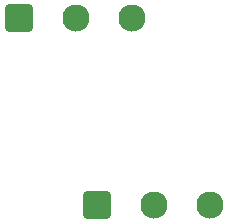
<source format=gbr>
%TF.GenerationSoftware,KiCad,Pcbnew,7.0.8*%
%TF.CreationDate,2023-10-23T18:19:39+02:00*%
%TF.ProjectId,LED_Eyes2,4c45445f-4579-4657-9332-2e6b69636164,rev?*%
%TF.SameCoordinates,Original*%
%TF.FileFunction,Soldermask,Bot*%
%TF.FilePolarity,Negative*%
%FSLAX46Y46*%
G04 Gerber Fmt 4.6, Leading zero omitted, Abs format (unit mm)*
G04 Created by KiCad (PCBNEW 7.0.8) date 2023-10-23 18:19:39*
%MOMM*%
%LPD*%
G01*
G04 APERTURE LIST*
G04 Aperture macros list*
%AMRoundRect*
0 Rectangle with rounded corners*
0 $1 Rounding radius*
0 $2 $3 $4 $5 $6 $7 $8 $9 X,Y pos of 4 corners*
0 Add a 4 corners polygon primitive as box body*
4,1,4,$2,$3,$4,$5,$6,$7,$8,$9,$2,$3,0*
0 Add four circle primitives for the rounded corners*
1,1,$1+$1,$2,$3*
1,1,$1+$1,$4,$5*
1,1,$1+$1,$6,$7*
1,1,$1+$1,$8,$9*
0 Add four rect primitives between the rounded corners*
20,1,$1+$1,$2,$3,$4,$5,0*
20,1,$1+$1,$4,$5,$6,$7,0*
20,1,$1+$1,$6,$7,$8,$9,0*
20,1,$1+$1,$8,$9,$2,$3,0*%
G04 Aperture macros list end*
%ADD10RoundRect,0.250001X-0.899999X-0.899999X0.899999X-0.899999X0.899999X0.899999X-0.899999X0.899999X0*%
%ADD11C,2.300000*%
G04 APERTURE END LIST*
D10*
%TO.C,J2*%
X166000000Y-102800000D03*
D11*
X170800000Y-102800000D03*
X175600000Y-102800000D03*
%TD*%
D10*
%TO.C,J1*%
X159400000Y-87000000D03*
D11*
X164200000Y-87000000D03*
X169000000Y-87000000D03*
%TD*%
M02*

</source>
